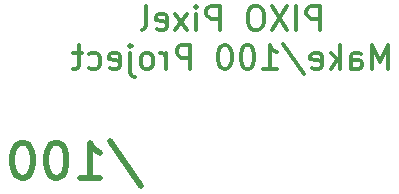
<source format=gbr>
G04 #@! TF.FileFunction,Legend,Bot*
%FSLAX46Y46*%
G04 Gerber Fmt 4.6, Leading zero omitted, Abs format (unit mm)*
G04 Created by KiCad (PCBNEW 4.0.7) date 02/28/18 12:52:47*
%MOMM*%
%LPD*%
G01*
G04 APERTURE LIST*
%ADD10C,0.100000*%
%ADD11C,0.500000*%
%ADD12C,0.300000*%
G04 APERTURE END LIST*
D10*
D11*
X139760000Y-162964286D02*
X142331429Y-166821429D01*
X137188572Y-166107143D02*
X138902857Y-166107143D01*
X138045715Y-166107143D02*
X138045715Y-163107143D01*
X138331429Y-163535714D01*
X138617143Y-163821429D01*
X138902857Y-163964286D01*
X135331429Y-163107143D02*
X135045714Y-163107143D01*
X134760000Y-163250000D01*
X134617143Y-163392857D01*
X134474286Y-163678571D01*
X134331429Y-164250000D01*
X134331429Y-164964286D01*
X134474286Y-165535714D01*
X134617143Y-165821429D01*
X134760000Y-165964286D01*
X135045714Y-166107143D01*
X135331429Y-166107143D01*
X135617143Y-165964286D01*
X135760000Y-165821429D01*
X135902857Y-165535714D01*
X136045714Y-164964286D01*
X136045714Y-164250000D01*
X135902857Y-163678571D01*
X135760000Y-163392857D01*
X135617143Y-163250000D01*
X135331429Y-163107143D01*
X132474286Y-163107143D02*
X132188571Y-163107143D01*
X131902857Y-163250000D01*
X131760000Y-163392857D01*
X131617143Y-163678571D01*
X131474286Y-164250000D01*
X131474286Y-164964286D01*
X131617143Y-165535714D01*
X131760000Y-165821429D01*
X131902857Y-165964286D01*
X132188571Y-166107143D01*
X132474286Y-166107143D01*
X132760000Y-165964286D01*
X132902857Y-165821429D01*
X133045714Y-165535714D01*
X133188571Y-164964286D01*
X133188571Y-164250000D01*
X133045714Y-163678571D01*
X132902857Y-163392857D01*
X132760000Y-163250000D01*
X132474286Y-163107143D01*
D12*
X157508572Y-153564762D02*
X157508572Y-151564762D01*
X156746667Y-151564762D01*
X156556191Y-151660000D01*
X156460952Y-151755238D01*
X156365714Y-151945714D01*
X156365714Y-152231429D01*
X156460952Y-152421905D01*
X156556191Y-152517143D01*
X156746667Y-152612381D01*
X157508572Y-152612381D01*
X155508572Y-153564762D02*
X155508572Y-151564762D01*
X154746667Y-151564762D02*
X153413333Y-153564762D01*
X153413333Y-151564762D02*
X154746667Y-153564762D01*
X152270476Y-151564762D02*
X151889524Y-151564762D01*
X151699048Y-151660000D01*
X151508571Y-151850476D01*
X151413333Y-152231429D01*
X151413333Y-152898095D01*
X151508571Y-153279048D01*
X151699048Y-153469524D01*
X151889524Y-153564762D01*
X152270476Y-153564762D01*
X152460952Y-153469524D01*
X152651429Y-153279048D01*
X152746667Y-152898095D01*
X152746667Y-152231429D01*
X152651429Y-151850476D01*
X152460952Y-151660000D01*
X152270476Y-151564762D01*
X149032381Y-153564762D02*
X149032381Y-151564762D01*
X148270476Y-151564762D01*
X148080000Y-151660000D01*
X147984761Y-151755238D01*
X147889523Y-151945714D01*
X147889523Y-152231429D01*
X147984761Y-152421905D01*
X148080000Y-152517143D01*
X148270476Y-152612381D01*
X149032381Y-152612381D01*
X147032381Y-153564762D02*
X147032381Y-152231429D01*
X147032381Y-151564762D02*
X147127619Y-151660000D01*
X147032381Y-151755238D01*
X146937142Y-151660000D01*
X147032381Y-151564762D01*
X147032381Y-151755238D01*
X146270476Y-153564762D02*
X145222857Y-152231429D01*
X146270476Y-152231429D02*
X145222857Y-153564762D01*
X143699047Y-153469524D02*
X143889523Y-153564762D01*
X144270475Y-153564762D01*
X144460952Y-153469524D01*
X144556190Y-153279048D01*
X144556190Y-152517143D01*
X144460952Y-152326667D01*
X144270475Y-152231429D01*
X143889523Y-152231429D01*
X143699047Y-152326667D01*
X143603809Y-152517143D01*
X143603809Y-152707619D01*
X144556190Y-152898095D01*
X142460951Y-153564762D02*
X142651427Y-153469524D01*
X142746666Y-153279048D01*
X142746666Y-151564762D01*
X163270477Y-156864762D02*
X163270477Y-154864762D01*
X162603810Y-156293333D01*
X161937143Y-154864762D01*
X161937143Y-156864762D01*
X160127620Y-156864762D02*
X160127620Y-155817143D01*
X160222858Y-155626667D01*
X160413334Y-155531429D01*
X160794286Y-155531429D01*
X160984763Y-155626667D01*
X160127620Y-156769524D02*
X160318096Y-156864762D01*
X160794286Y-156864762D01*
X160984763Y-156769524D01*
X161080001Y-156579048D01*
X161080001Y-156388571D01*
X160984763Y-156198095D01*
X160794286Y-156102857D01*
X160318096Y-156102857D01*
X160127620Y-156007619D01*
X159175239Y-156864762D02*
X159175239Y-154864762D01*
X158984762Y-156102857D02*
X158413334Y-156864762D01*
X158413334Y-155531429D02*
X159175239Y-156293333D01*
X156794286Y-156769524D02*
X156984762Y-156864762D01*
X157365714Y-156864762D01*
X157556191Y-156769524D01*
X157651429Y-156579048D01*
X157651429Y-155817143D01*
X157556191Y-155626667D01*
X157365714Y-155531429D01*
X156984762Y-155531429D01*
X156794286Y-155626667D01*
X156699048Y-155817143D01*
X156699048Y-156007619D01*
X157651429Y-156198095D01*
X154413333Y-154769524D02*
X156127619Y-157340952D01*
X152699047Y-156864762D02*
X153841905Y-156864762D01*
X153270476Y-156864762D02*
X153270476Y-154864762D01*
X153460952Y-155150476D01*
X153651428Y-155340952D01*
X153841905Y-155436190D01*
X151460952Y-154864762D02*
X151270476Y-154864762D01*
X151080000Y-154960000D01*
X150984762Y-155055238D01*
X150889524Y-155245714D01*
X150794285Y-155626667D01*
X150794285Y-156102857D01*
X150889524Y-156483810D01*
X150984762Y-156674286D01*
X151080000Y-156769524D01*
X151270476Y-156864762D01*
X151460952Y-156864762D01*
X151651428Y-156769524D01*
X151746666Y-156674286D01*
X151841905Y-156483810D01*
X151937143Y-156102857D01*
X151937143Y-155626667D01*
X151841905Y-155245714D01*
X151746666Y-155055238D01*
X151651428Y-154960000D01*
X151460952Y-154864762D01*
X149556190Y-154864762D02*
X149365714Y-154864762D01*
X149175238Y-154960000D01*
X149080000Y-155055238D01*
X148984762Y-155245714D01*
X148889523Y-155626667D01*
X148889523Y-156102857D01*
X148984762Y-156483810D01*
X149080000Y-156674286D01*
X149175238Y-156769524D01*
X149365714Y-156864762D01*
X149556190Y-156864762D01*
X149746666Y-156769524D01*
X149841904Y-156674286D01*
X149937143Y-156483810D01*
X150032381Y-156102857D01*
X150032381Y-155626667D01*
X149937143Y-155245714D01*
X149841904Y-155055238D01*
X149746666Y-154960000D01*
X149556190Y-154864762D01*
X146508571Y-156864762D02*
X146508571Y-154864762D01*
X145746666Y-154864762D01*
X145556190Y-154960000D01*
X145460951Y-155055238D01*
X145365713Y-155245714D01*
X145365713Y-155531429D01*
X145460951Y-155721905D01*
X145556190Y-155817143D01*
X145746666Y-155912381D01*
X146508571Y-155912381D01*
X144508571Y-156864762D02*
X144508571Y-155531429D01*
X144508571Y-155912381D02*
X144413332Y-155721905D01*
X144318094Y-155626667D01*
X144127618Y-155531429D01*
X143937142Y-155531429D01*
X142984761Y-156864762D02*
X143175237Y-156769524D01*
X143270476Y-156674286D01*
X143365714Y-156483810D01*
X143365714Y-155912381D01*
X143270476Y-155721905D01*
X143175237Y-155626667D01*
X142984761Y-155531429D01*
X142699047Y-155531429D01*
X142508571Y-155626667D01*
X142413333Y-155721905D01*
X142318095Y-155912381D01*
X142318095Y-156483810D01*
X142413333Y-156674286D01*
X142508571Y-156769524D01*
X142699047Y-156864762D01*
X142984761Y-156864762D01*
X141460952Y-155531429D02*
X141460952Y-157245714D01*
X141556190Y-157436190D01*
X141746666Y-157531429D01*
X141841904Y-157531429D01*
X141460952Y-154864762D02*
X141556190Y-154960000D01*
X141460952Y-155055238D01*
X141365713Y-154960000D01*
X141460952Y-154864762D01*
X141460952Y-155055238D01*
X139746666Y-156769524D02*
X139937142Y-156864762D01*
X140318094Y-156864762D01*
X140508571Y-156769524D01*
X140603809Y-156579048D01*
X140603809Y-155817143D01*
X140508571Y-155626667D01*
X140318094Y-155531429D01*
X139937142Y-155531429D01*
X139746666Y-155626667D01*
X139651428Y-155817143D01*
X139651428Y-156007619D01*
X140603809Y-156198095D01*
X137937142Y-156769524D02*
X138127618Y-156864762D01*
X138508570Y-156864762D01*
X138699046Y-156769524D01*
X138794285Y-156674286D01*
X138889523Y-156483810D01*
X138889523Y-155912381D01*
X138794285Y-155721905D01*
X138699046Y-155626667D01*
X138508570Y-155531429D01*
X138127618Y-155531429D01*
X137937142Y-155626667D01*
X137365713Y-155531429D02*
X136603808Y-155531429D01*
X137079999Y-154864762D02*
X137079999Y-156579048D01*
X136984760Y-156769524D01*
X136794284Y-156864762D01*
X136603808Y-156864762D01*
M02*

</source>
